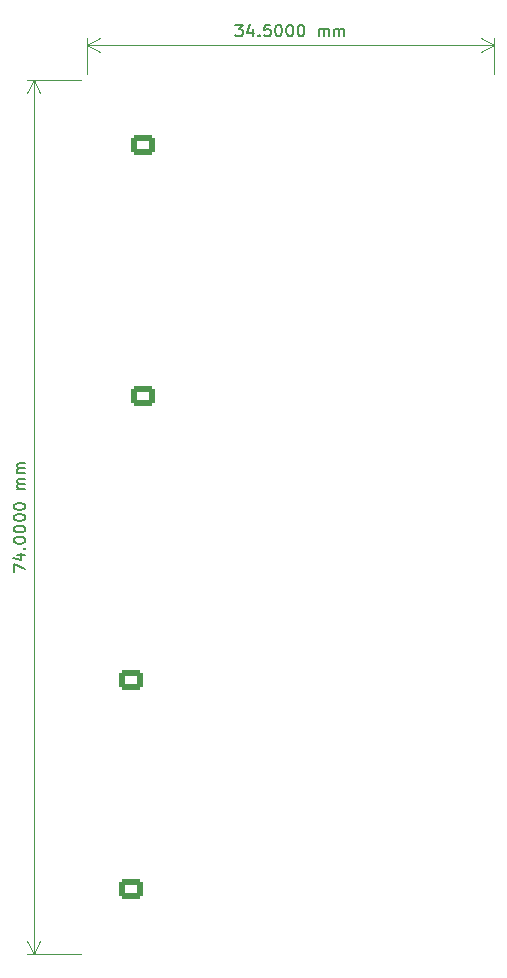
<source format=gbo>
%TF.GenerationSoftware,KiCad,Pcbnew,8.0.1*%
%TF.CreationDate,2024-04-28T12:43:27+02:00*%
%TF.ProjectId,MainControllerNodeMCU-32S,4d61696e-436f-46e7-9472-6f6c6c65724e,rev?*%
%TF.SameCoordinates,Original*%
%TF.FileFunction,Legend,Bot*%
%TF.FilePolarity,Positive*%
%FSLAX46Y46*%
G04 Gerber Fmt 4.6, Leading zero omitted, Abs format (unit mm)*
G04 Created by KiCad (PCBNEW 8.0.1) date 2024-04-28 12:43:27*
%MOMM*%
%LPD*%
G01*
G04 APERTURE LIST*
G04 Aperture macros list*
%AMRoundRect*
0 Rectangle with rounded corners*
0 $1 Rounding radius*
0 $2 $3 $4 $5 $6 $7 $8 $9 X,Y pos of 4 corners*
0 Add a 4 corners polygon primitive as box body*
4,1,4,$2,$3,$4,$5,$6,$7,$8,$9,$2,$3,0*
0 Add four circle primitives for the rounded corners*
1,1,$1+$1,$2,$3*
1,1,$1+$1,$4,$5*
1,1,$1+$1,$6,$7*
1,1,$1+$1,$8,$9*
0 Add four rect primitives between the rounded corners*
20,1,$1+$1,$2,$3,$4,$5,0*
20,1,$1+$1,$4,$5,$6,$7,0*
20,1,$1+$1,$6,$7,$8,$9,0*
20,1,$1+$1,$8,$9,$2,$3,0*%
G04 Aperture macros list end*
%ADD10C,0.150000*%
%ADD11C,0.100000*%
%ADD12RoundRect,0.250000X-0.725000X0.600000X-0.725000X-0.600000X0.725000X-0.600000X0.725000X0.600000X0*%
%ADD13O,1.950000X1.700000*%
%ADD14C,3.200000*%
%ADD15R,1.700000X1.700000*%
%ADD16O,1.700000X1.700000*%
%ADD17C,2.082800*%
%ADD18RoundRect,0.250000X0.725000X-0.600000X0.725000X0.600000X-0.725000X0.600000X-0.725000X-0.600000X0*%
%ADD19C,1.728000*%
G04 APERTURE END LIST*
D10*
X151030134Y-60408619D02*
X151649181Y-60408619D01*
X151649181Y-60408619D02*
X151315848Y-60789571D01*
X151315848Y-60789571D02*
X151458705Y-60789571D01*
X151458705Y-60789571D02*
X151553943Y-60837190D01*
X151553943Y-60837190D02*
X151601562Y-60884809D01*
X151601562Y-60884809D02*
X151649181Y-60980047D01*
X151649181Y-60980047D02*
X151649181Y-61218142D01*
X151649181Y-61218142D02*
X151601562Y-61313380D01*
X151601562Y-61313380D02*
X151553943Y-61361000D01*
X151553943Y-61361000D02*
X151458705Y-61408619D01*
X151458705Y-61408619D02*
X151172991Y-61408619D01*
X151172991Y-61408619D02*
X151077753Y-61361000D01*
X151077753Y-61361000D02*
X151030134Y-61313380D01*
X152506324Y-60741952D02*
X152506324Y-61408619D01*
X152268229Y-60361000D02*
X152030134Y-61075285D01*
X152030134Y-61075285D02*
X152649181Y-61075285D01*
X153030134Y-61313380D02*
X153077753Y-61361000D01*
X153077753Y-61361000D02*
X153030134Y-61408619D01*
X153030134Y-61408619D02*
X152982515Y-61361000D01*
X152982515Y-61361000D02*
X153030134Y-61313380D01*
X153030134Y-61313380D02*
X153030134Y-61408619D01*
X153982514Y-60408619D02*
X153506324Y-60408619D01*
X153506324Y-60408619D02*
X153458705Y-60884809D01*
X153458705Y-60884809D02*
X153506324Y-60837190D01*
X153506324Y-60837190D02*
X153601562Y-60789571D01*
X153601562Y-60789571D02*
X153839657Y-60789571D01*
X153839657Y-60789571D02*
X153934895Y-60837190D01*
X153934895Y-60837190D02*
X153982514Y-60884809D01*
X153982514Y-60884809D02*
X154030133Y-60980047D01*
X154030133Y-60980047D02*
X154030133Y-61218142D01*
X154030133Y-61218142D02*
X153982514Y-61313380D01*
X153982514Y-61313380D02*
X153934895Y-61361000D01*
X153934895Y-61361000D02*
X153839657Y-61408619D01*
X153839657Y-61408619D02*
X153601562Y-61408619D01*
X153601562Y-61408619D02*
X153506324Y-61361000D01*
X153506324Y-61361000D02*
X153458705Y-61313380D01*
X154649181Y-60408619D02*
X154744419Y-60408619D01*
X154744419Y-60408619D02*
X154839657Y-60456238D01*
X154839657Y-60456238D02*
X154887276Y-60503857D01*
X154887276Y-60503857D02*
X154934895Y-60599095D01*
X154934895Y-60599095D02*
X154982514Y-60789571D01*
X154982514Y-60789571D02*
X154982514Y-61027666D01*
X154982514Y-61027666D02*
X154934895Y-61218142D01*
X154934895Y-61218142D02*
X154887276Y-61313380D01*
X154887276Y-61313380D02*
X154839657Y-61361000D01*
X154839657Y-61361000D02*
X154744419Y-61408619D01*
X154744419Y-61408619D02*
X154649181Y-61408619D01*
X154649181Y-61408619D02*
X154553943Y-61361000D01*
X154553943Y-61361000D02*
X154506324Y-61313380D01*
X154506324Y-61313380D02*
X154458705Y-61218142D01*
X154458705Y-61218142D02*
X154411086Y-61027666D01*
X154411086Y-61027666D02*
X154411086Y-60789571D01*
X154411086Y-60789571D02*
X154458705Y-60599095D01*
X154458705Y-60599095D02*
X154506324Y-60503857D01*
X154506324Y-60503857D02*
X154553943Y-60456238D01*
X154553943Y-60456238D02*
X154649181Y-60408619D01*
X155601562Y-60408619D02*
X155696800Y-60408619D01*
X155696800Y-60408619D02*
X155792038Y-60456238D01*
X155792038Y-60456238D02*
X155839657Y-60503857D01*
X155839657Y-60503857D02*
X155887276Y-60599095D01*
X155887276Y-60599095D02*
X155934895Y-60789571D01*
X155934895Y-60789571D02*
X155934895Y-61027666D01*
X155934895Y-61027666D02*
X155887276Y-61218142D01*
X155887276Y-61218142D02*
X155839657Y-61313380D01*
X155839657Y-61313380D02*
X155792038Y-61361000D01*
X155792038Y-61361000D02*
X155696800Y-61408619D01*
X155696800Y-61408619D02*
X155601562Y-61408619D01*
X155601562Y-61408619D02*
X155506324Y-61361000D01*
X155506324Y-61361000D02*
X155458705Y-61313380D01*
X155458705Y-61313380D02*
X155411086Y-61218142D01*
X155411086Y-61218142D02*
X155363467Y-61027666D01*
X155363467Y-61027666D02*
X155363467Y-60789571D01*
X155363467Y-60789571D02*
X155411086Y-60599095D01*
X155411086Y-60599095D02*
X155458705Y-60503857D01*
X155458705Y-60503857D02*
X155506324Y-60456238D01*
X155506324Y-60456238D02*
X155601562Y-60408619D01*
X156553943Y-60408619D02*
X156649181Y-60408619D01*
X156649181Y-60408619D02*
X156744419Y-60456238D01*
X156744419Y-60456238D02*
X156792038Y-60503857D01*
X156792038Y-60503857D02*
X156839657Y-60599095D01*
X156839657Y-60599095D02*
X156887276Y-60789571D01*
X156887276Y-60789571D02*
X156887276Y-61027666D01*
X156887276Y-61027666D02*
X156839657Y-61218142D01*
X156839657Y-61218142D02*
X156792038Y-61313380D01*
X156792038Y-61313380D02*
X156744419Y-61361000D01*
X156744419Y-61361000D02*
X156649181Y-61408619D01*
X156649181Y-61408619D02*
X156553943Y-61408619D01*
X156553943Y-61408619D02*
X156458705Y-61361000D01*
X156458705Y-61361000D02*
X156411086Y-61313380D01*
X156411086Y-61313380D02*
X156363467Y-61218142D01*
X156363467Y-61218142D02*
X156315848Y-61027666D01*
X156315848Y-61027666D02*
X156315848Y-60789571D01*
X156315848Y-60789571D02*
X156363467Y-60599095D01*
X156363467Y-60599095D02*
X156411086Y-60503857D01*
X156411086Y-60503857D02*
X156458705Y-60456238D01*
X156458705Y-60456238D02*
X156553943Y-60408619D01*
X158077753Y-61408619D02*
X158077753Y-60741952D01*
X158077753Y-60837190D02*
X158125372Y-60789571D01*
X158125372Y-60789571D02*
X158220610Y-60741952D01*
X158220610Y-60741952D02*
X158363467Y-60741952D01*
X158363467Y-60741952D02*
X158458705Y-60789571D01*
X158458705Y-60789571D02*
X158506324Y-60884809D01*
X158506324Y-60884809D02*
X158506324Y-61408619D01*
X158506324Y-60884809D02*
X158553943Y-60789571D01*
X158553943Y-60789571D02*
X158649181Y-60741952D01*
X158649181Y-60741952D02*
X158792038Y-60741952D01*
X158792038Y-60741952D02*
X158887277Y-60789571D01*
X158887277Y-60789571D02*
X158934896Y-60884809D01*
X158934896Y-60884809D02*
X158934896Y-61408619D01*
X159411086Y-61408619D02*
X159411086Y-60741952D01*
X159411086Y-60837190D02*
X159458705Y-60789571D01*
X159458705Y-60789571D02*
X159553943Y-60741952D01*
X159553943Y-60741952D02*
X159696800Y-60741952D01*
X159696800Y-60741952D02*
X159792038Y-60789571D01*
X159792038Y-60789571D02*
X159839657Y-60884809D01*
X159839657Y-60884809D02*
X159839657Y-61408619D01*
X159839657Y-60884809D02*
X159887276Y-60789571D01*
X159887276Y-60789571D02*
X159982514Y-60741952D01*
X159982514Y-60741952D02*
X160125371Y-60741952D01*
X160125371Y-60741952D02*
X160220610Y-60789571D01*
X160220610Y-60789571D02*
X160268229Y-60884809D01*
X160268229Y-60884809D02*
X160268229Y-61408619D01*
D11*
X138446800Y-64603800D02*
X138446800Y-61517380D01*
X172946800Y-64603800D02*
X172946800Y-61517380D01*
X138446800Y-62103800D02*
X172946800Y-62103800D01*
X138446800Y-62103800D02*
X172946800Y-62103800D01*
X138446800Y-62103800D02*
X139573304Y-61517379D01*
X138446800Y-62103800D02*
X139573304Y-62690221D01*
X172946800Y-62103800D02*
X171820296Y-62690221D01*
X172946800Y-62103800D02*
X171820296Y-61517379D01*
D10*
X132251619Y-106770465D02*
X132251619Y-106103799D01*
X132251619Y-106103799D02*
X133251619Y-106532370D01*
X132584952Y-105294275D02*
X133251619Y-105294275D01*
X132204000Y-105532370D02*
X132918285Y-105770465D01*
X132918285Y-105770465D02*
X132918285Y-105151418D01*
X133156380Y-104770465D02*
X133204000Y-104722846D01*
X133204000Y-104722846D02*
X133251619Y-104770465D01*
X133251619Y-104770465D02*
X133204000Y-104818084D01*
X133204000Y-104818084D02*
X133156380Y-104770465D01*
X133156380Y-104770465D02*
X133251619Y-104770465D01*
X132251619Y-104103799D02*
X132251619Y-104008561D01*
X132251619Y-104008561D02*
X132299238Y-103913323D01*
X132299238Y-103913323D02*
X132346857Y-103865704D01*
X132346857Y-103865704D02*
X132442095Y-103818085D01*
X132442095Y-103818085D02*
X132632571Y-103770466D01*
X132632571Y-103770466D02*
X132870666Y-103770466D01*
X132870666Y-103770466D02*
X133061142Y-103818085D01*
X133061142Y-103818085D02*
X133156380Y-103865704D01*
X133156380Y-103865704D02*
X133204000Y-103913323D01*
X133204000Y-103913323D02*
X133251619Y-104008561D01*
X133251619Y-104008561D02*
X133251619Y-104103799D01*
X133251619Y-104103799D02*
X133204000Y-104199037D01*
X133204000Y-104199037D02*
X133156380Y-104246656D01*
X133156380Y-104246656D02*
X133061142Y-104294275D01*
X133061142Y-104294275D02*
X132870666Y-104341894D01*
X132870666Y-104341894D02*
X132632571Y-104341894D01*
X132632571Y-104341894D02*
X132442095Y-104294275D01*
X132442095Y-104294275D02*
X132346857Y-104246656D01*
X132346857Y-104246656D02*
X132299238Y-104199037D01*
X132299238Y-104199037D02*
X132251619Y-104103799D01*
X132251619Y-103151418D02*
X132251619Y-103056180D01*
X132251619Y-103056180D02*
X132299238Y-102960942D01*
X132299238Y-102960942D02*
X132346857Y-102913323D01*
X132346857Y-102913323D02*
X132442095Y-102865704D01*
X132442095Y-102865704D02*
X132632571Y-102818085D01*
X132632571Y-102818085D02*
X132870666Y-102818085D01*
X132870666Y-102818085D02*
X133061142Y-102865704D01*
X133061142Y-102865704D02*
X133156380Y-102913323D01*
X133156380Y-102913323D02*
X133204000Y-102960942D01*
X133204000Y-102960942D02*
X133251619Y-103056180D01*
X133251619Y-103056180D02*
X133251619Y-103151418D01*
X133251619Y-103151418D02*
X133204000Y-103246656D01*
X133204000Y-103246656D02*
X133156380Y-103294275D01*
X133156380Y-103294275D02*
X133061142Y-103341894D01*
X133061142Y-103341894D02*
X132870666Y-103389513D01*
X132870666Y-103389513D02*
X132632571Y-103389513D01*
X132632571Y-103389513D02*
X132442095Y-103341894D01*
X132442095Y-103341894D02*
X132346857Y-103294275D01*
X132346857Y-103294275D02*
X132299238Y-103246656D01*
X132299238Y-103246656D02*
X132251619Y-103151418D01*
X132251619Y-102199037D02*
X132251619Y-102103799D01*
X132251619Y-102103799D02*
X132299238Y-102008561D01*
X132299238Y-102008561D02*
X132346857Y-101960942D01*
X132346857Y-101960942D02*
X132442095Y-101913323D01*
X132442095Y-101913323D02*
X132632571Y-101865704D01*
X132632571Y-101865704D02*
X132870666Y-101865704D01*
X132870666Y-101865704D02*
X133061142Y-101913323D01*
X133061142Y-101913323D02*
X133156380Y-101960942D01*
X133156380Y-101960942D02*
X133204000Y-102008561D01*
X133204000Y-102008561D02*
X133251619Y-102103799D01*
X133251619Y-102103799D02*
X133251619Y-102199037D01*
X133251619Y-102199037D02*
X133204000Y-102294275D01*
X133204000Y-102294275D02*
X133156380Y-102341894D01*
X133156380Y-102341894D02*
X133061142Y-102389513D01*
X133061142Y-102389513D02*
X132870666Y-102437132D01*
X132870666Y-102437132D02*
X132632571Y-102437132D01*
X132632571Y-102437132D02*
X132442095Y-102389513D01*
X132442095Y-102389513D02*
X132346857Y-102341894D01*
X132346857Y-102341894D02*
X132299238Y-102294275D01*
X132299238Y-102294275D02*
X132251619Y-102199037D01*
X132251619Y-101246656D02*
X132251619Y-101151418D01*
X132251619Y-101151418D02*
X132299238Y-101056180D01*
X132299238Y-101056180D02*
X132346857Y-101008561D01*
X132346857Y-101008561D02*
X132442095Y-100960942D01*
X132442095Y-100960942D02*
X132632571Y-100913323D01*
X132632571Y-100913323D02*
X132870666Y-100913323D01*
X132870666Y-100913323D02*
X133061142Y-100960942D01*
X133061142Y-100960942D02*
X133156380Y-101008561D01*
X133156380Y-101008561D02*
X133204000Y-101056180D01*
X133204000Y-101056180D02*
X133251619Y-101151418D01*
X133251619Y-101151418D02*
X133251619Y-101246656D01*
X133251619Y-101246656D02*
X133204000Y-101341894D01*
X133204000Y-101341894D02*
X133156380Y-101389513D01*
X133156380Y-101389513D02*
X133061142Y-101437132D01*
X133061142Y-101437132D02*
X132870666Y-101484751D01*
X132870666Y-101484751D02*
X132632571Y-101484751D01*
X132632571Y-101484751D02*
X132442095Y-101437132D01*
X132442095Y-101437132D02*
X132346857Y-101389513D01*
X132346857Y-101389513D02*
X132299238Y-101341894D01*
X132299238Y-101341894D02*
X132251619Y-101246656D01*
X133251619Y-99722846D02*
X132584952Y-99722846D01*
X132680190Y-99722846D02*
X132632571Y-99675227D01*
X132632571Y-99675227D02*
X132584952Y-99579989D01*
X132584952Y-99579989D02*
X132584952Y-99437132D01*
X132584952Y-99437132D02*
X132632571Y-99341894D01*
X132632571Y-99341894D02*
X132727809Y-99294275D01*
X132727809Y-99294275D02*
X133251619Y-99294275D01*
X132727809Y-99294275D02*
X132632571Y-99246656D01*
X132632571Y-99246656D02*
X132584952Y-99151418D01*
X132584952Y-99151418D02*
X132584952Y-99008561D01*
X132584952Y-99008561D02*
X132632571Y-98913322D01*
X132632571Y-98913322D02*
X132727809Y-98865703D01*
X132727809Y-98865703D02*
X133251619Y-98865703D01*
X133251619Y-98389513D02*
X132584952Y-98389513D01*
X132680190Y-98389513D02*
X132632571Y-98341894D01*
X132632571Y-98341894D02*
X132584952Y-98246656D01*
X132584952Y-98246656D02*
X132584952Y-98103799D01*
X132584952Y-98103799D02*
X132632571Y-98008561D01*
X132632571Y-98008561D02*
X132727809Y-97960942D01*
X132727809Y-97960942D02*
X133251619Y-97960942D01*
X132727809Y-97960942D02*
X132632571Y-97913323D01*
X132632571Y-97913323D02*
X132584952Y-97818085D01*
X132584952Y-97818085D02*
X132584952Y-97675228D01*
X132584952Y-97675228D02*
X132632571Y-97579989D01*
X132632571Y-97579989D02*
X132727809Y-97532370D01*
X132727809Y-97532370D02*
X133251619Y-97532370D01*
D11*
X137946800Y-65103800D02*
X133360380Y-65103800D01*
X137946800Y-139103800D02*
X133360380Y-139103800D01*
X133946800Y-65103800D02*
X133946800Y-139103800D01*
X133946800Y-65103800D02*
X133946800Y-139103800D01*
X133946800Y-65103800D02*
X134533221Y-66230304D01*
X133946800Y-65103800D02*
X133360379Y-66230304D01*
X133946800Y-139103800D02*
X133360379Y-137977296D01*
X133946800Y-139103800D02*
X134533221Y-137977296D01*
%LPC*%
D12*
%TO.C,J_SW_1*%
X143246800Y-91878800D03*
D13*
X143246800Y-94378800D03*
X143246800Y-96878800D03*
X143246800Y-99378800D03*
%TD*%
D14*
%TO.C,MountingHole1*%
X159196800Y-75533200D03*
%TD*%
D15*
%TO.C,J_DP_1*%
X169946800Y-85983800D03*
D16*
X169946800Y-83443800D03*
X169946800Y-80903800D03*
X169946800Y-78363800D03*
X169946800Y-75823800D03*
X169946800Y-73283800D03*
X169946800Y-70743800D03*
X169946800Y-68203800D03*
%TD*%
D17*
%TO.C,U2*%
X154240000Y-85603800D03*
X156780000Y-85603800D03*
X161860000Y-85603800D03*
X159320000Y-85603800D03*
X164400000Y-85603800D03*
X149160000Y-85603800D03*
X151700000Y-85603800D03*
%TD*%
D18*
%TO.C,J_SC_1*%
X142196800Y-133603800D03*
D13*
X142196800Y-131103800D03*
X142196800Y-128603800D03*
X142196800Y-126103800D03*
%TD*%
D12*
%TO.C,J_SW_2*%
X143246800Y-70603800D03*
D13*
X143246800Y-73103800D03*
X143246800Y-75603800D03*
X143246800Y-78103800D03*
X143246800Y-80603800D03*
%TD*%
D19*
%TO.C,U1*%
X147784400Y-90451800D03*
X147784400Y-92991800D03*
X147784400Y-95531800D03*
X147784400Y-98071800D03*
X147784400Y-100611800D03*
X147784400Y-103151800D03*
X147784400Y-105691800D03*
X147784400Y-108231800D03*
X147784400Y-110771800D03*
X147784400Y-113311800D03*
X147784400Y-115851800D03*
X147784400Y-118391800D03*
X147784400Y-120931800D03*
X147784400Y-123471800D03*
X147784400Y-126011800D03*
X147784400Y-128551800D03*
X147784400Y-131091800D03*
X147784400Y-133631800D03*
X147784400Y-136171800D03*
X170644400Y-90451800D03*
X170644400Y-92991800D03*
X170644400Y-95531800D03*
X170644400Y-98071800D03*
X170644400Y-100611800D03*
X170644400Y-103151800D03*
X170644400Y-105691800D03*
X170644400Y-108231800D03*
X170644400Y-110771800D03*
X170644400Y-113311800D03*
X170644400Y-115851800D03*
X170644400Y-118391800D03*
X170644400Y-120931800D03*
X170644400Y-123471800D03*
X170644400Y-126011800D03*
X170644400Y-128551800D03*
X170644400Y-131091800D03*
X170644400Y-133631800D03*
X170644400Y-136171800D03*
%TD*%
D18*
%TO.C,J_SC_2*%
X142196800Y-115853800D03*
D13*
X142196800Y-113353800D03*
X142196800Y-110853800D03*
X142196800Y-108353800D03*
%TD*%
D14*
%TO.C,MountinHole2*%
X159196800Y-129603800D03*
%TD*%
%LPD*%
M02*

</source>
